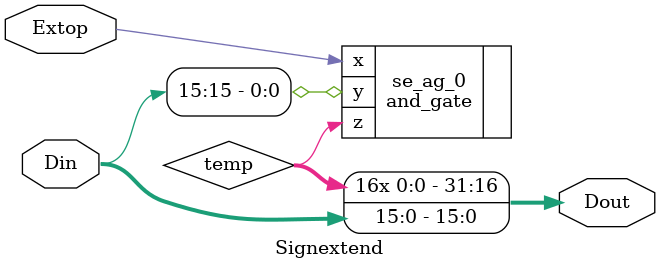
<source format=v>
module Signextend(Extop, Din, Dout);
  input [15:0] Din;
  input Extop;
  output [31:0] Dout;
  wire temp;
  and_gate se_ag_0 (.x(Extop), .y(Din[15]), .z(temp));
  assign Dout = {{16{temp}}, Din};
endmodule
</source>
